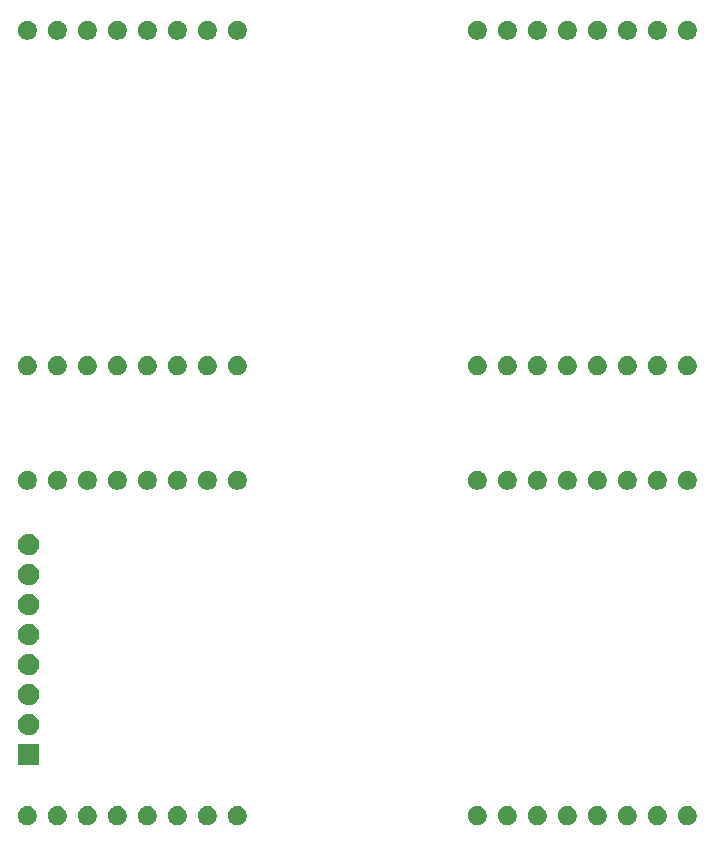
<source format=gbs>
G04 #@! TF.GenerationSoftware,KiCad,Pcbnew,(5.1.5-0-10_14)*
G04 #@! TF.CreationDate,2020-06-14T22:58:27-07:00*
G04 #@! TF.ProjectId,matrix,6d617472-6978-42e6-9b69-6361645f7063,rev?*
G04 #@! TF.SameCoordinates,Original*
G04 #@! TF.FileFunction,Soldermask,Bot*
G04 #@! TF.FilePolarity,Negative*
%FSLAX46Y46*%
G04 Gerber Fmt 4.6, Leading zero omitted, Abs format (unit mm)*
G04 Created by KiCad (PCBNEW (5.1.5-0-10_14)) date 2020-06-14 22:58:27*
%MOMM*%
%LPD*%
G04 APERTURE LIST*
%ADD10C,0.100000*%
G04 APERTURE END LIST*
D10*
G36*
X180450086Y-107909435D02*
G01*
X180598003Y-107970704D01*
X180687163Y-108030279D01*
X180726645Y-108056660D01*
X180731134Y-108059660D01*
X180844340Y-108172866D01*
X180933296Y-108305997D01*
X180994565Y-108453914D01*
X181025800Y-108610946D01*
X181025800Y-108771054D01*
X180994565Y-108928086D01*
X180933296Y-109076003D01*
X180873721Y-109165163D01*
X180846348Y-109206130D01*
X180844340Y-109209134D01*
X180731134Y-109322340D01*
X180598003Y-109411296D01*
X180450086Y-109472565D01*
X180293054Y-109503800D01*
X180132946Y-109503800D01*
X179975914Y-109472565D01*
X179827997Y-109411296D01*
X179694866Y-109322340D01*
X179581660Y-109209134D01*
X179579653Y-109206130D01*
X179552279Y-109165163D01*
X179492704Y-109076003D01*
X179431435Y-108928086D01*
X179400200Y-108771054D01*
X179400200Y-108610946D01*
X179431435Y-108453914D01*
X179492704Y-108305997D01*
X179581660Y-108172866D01*
X179694866Y-108059660D01*
X179699356Y-108056660D01*
X179738837Y-108030279D01*
X179827997Y-107970704D01*
X179975914Y-107909435D01*
X180132946Y-107878200D01*
X180293054Y-107878200D01*
X180450086Y-107909435D01*
G37*
G36*
X177910086Y-107909435D02*
G01*
X178058003Y-107970704D01*
X178147163Y-108030279D01*
X178186645Y-108056660D01*
X178191134Y-108059660D01*
X178304340Y-108172866D01*
X178393296Y-108305997D01*
X178454565Y-108453914D01*
X178485800Y-108610946D01*
X178485800Y-108771054D01*
X178454565Y-108928086D01*
X178393296Y-109076003D01*
X178333721Y-109165163D01*
X178306348Y-109206130D01*
X178304340Y-109209134D01*
X178191134Y-109322340D01*
X178058003Y-109411296D01*
X177910086Y-109472565D01*
X177753054Y-109503800D01*
X177592946Y-109503800D01*
X177435914Y-109472565D01*
X177287997Y-109411296D01*
X177154866Y-109322340D01*
X177041660Y-109209134D01*
X177039653Y-109206130D01*
X177012279Y-109165163D01*
X176952704Y-109076003D01*
X176891435Y-108928086D01*
X176860200Y-108771054D01*
X176860200Y-108610946D01*
X176891435Y-108453914D01*
X176952704Y-108305997D01*
X177041660Y-108172866D01*
X177154866Y-108059660D01*
X177159356Y-108056660D01*
X177198837Y-108030279D01*
X177287997Y-107970704D01*
X177435914Y-107909435D01*
X177592946Y-107878200D01*
X177753054Y-107878200D01*
X177910086Y-107909435D01*
G37*
G36*
X175370086Y-107909435D02*
G01*
X175518003Y-107970704D01*
X175607163Y-108030279D01*
X175646645Y-108056660D01*
X175651134Y-108059660D01*
X175764340Y-108172866D01*
X175853296Y-108305997D01*
X175914565Y-108453914D01*
X175945800Y-108610946D01*
X175945800Y-108771054D01*
X175914565Y-108928086D01*
X175853296Y-109076003D01*
X175793721Y-109165163D01*
X175766348Y-109206130D01*
X175764340Y-109209134D01*
X175651134Y-109322340D01*
X175518003Y-109411296D01*
X175370086Y-109472565D01*
X175213054Y-109503800D01*
X175052946Y-109503800D01*
X174895914Y-109472565D01*
X174747997Y-109411296D01*
X174614866Y-109322340D01*
X174501660Y-109209134D01*
X174499653Y-109206130D01*
X174472279Y-109165163D01*
X174412704Y-109076003D01*
X174351435Y-108928086D01*
X174320200Y-108771054D01*
X174320200Y-108610946D01*
X174351435Y-108453914D01*
X174412704Y-108305997D01*
X174501660Y-108172866D01*
X174614866Y-108059660D01*
X174619356Y-108056660D01*
X174658837Y-108030279D01*
X174747997Y-107970704D01*
X174895914Y-107909435D01*
X175052946Y-107878200D01*
X175213054Y-107878200D01*
X175370086Y-107909435D01*
G37*
G36*
X172830086Y-107909435D02*
G01*
X172978003Y-107970704D01*
X173067163Y-108030279D01*
X173106645Y-108056660D01*
X173111134Y-108059660D01*
X173224340Y-108172866D01*
X173313296Y-108305997D01*
X173374565Y-108453914D01*
X173405800Y-108610946D01*
X173405800Y-108771054D01*
X173374565Y-108928086D01*
X173313296Y-109076003D01*
X173253721Y-109165163D01*
X173226348Y-109206130D01*
X173224340Y-109209134D01*
X173111134Y-109322340D01*
X172978003Y-109411296D01*
X172830086Y-109472565D01*
X172673054Y-109503800D01*
X172512946Y-109503800D01*
X172355914Y-109472565D01*
X172207997Y-109411296D01*
X172074866Y-109322340D01*
X171961660Y-109209134D01*
X171959653Y-109206130D01*
X171932279Y-109165163D01*
X171872704Y-109076003D01*
X171811435Y-108928086D01*
X171780200Y-108771054D01*
X171780200Y-108610946D01*
X171811435Y-108453914D01*
X171872704Y-108305997D01*
X171961660Y-108172866D01*
X172074866Y-108059660D01*
X172079356Y-108056660D01*
X172118837Y-108030279D01*
X172207997Y-107970704D01*
X172355914Y-107909435D01*
X172512946Y-107878200D01*
X172673054Y-107878200D01*
X172830086Y-107909435D01*
G37*
G36*
X170290086Y-107909435D02*
G01*
X170438003Y-107970704D01*
X170527163Y-108030279D01*
X170566645Y-108056660D01*
X170571134Y-108059660D01*
X170684340Y-108172866D01*
X170773296Y-108305997D01*
X170834565Y-108453914D01*
X170865800Y-108610946D01*
X170865800Y-108771054D01*
X170834565Y-108928086D01*
X170773296Y-109076003D01*
X170713721Y-109165163D01*
X170686348Y-109206130D01*
X170684340Y-109209134D01*
X170571134Y-109322340D01*
X170438003Y-109411296D01*
X170290086Y-109472565D01*
X170133054Y-109503800D01*
X169972946Y-109503800D01*
X169815914Y-109472565D01*
X169667997Y-109411296D01*
X169534866Y-109322340D01*
X169421660Y-109209134D01*
X169419653Y-109206130D01*
X169392279Y-109165163D01*
X169332704Y-109076003D01*
X169271435Y-108928086D01*
X169240200Y-108771054D01*
X169240200Y-108610946D01*
X169271435Y-108453914D01*
X169332704Y-108305997D01*
X169421660Y-108172866D01*
X169534866Y-108059660D01*
X169539356Y-108056660D01*
X169578837Y-108030279D01*
X169667997Y-107970704D01*
X169815914Y-107909435D01*
X169972946Y-107878200D01*
X170133054Y-107878200D01*
X170290086Y-107909435D01*
G37*
G36*
X167750086Y-107909435D02*
G01*
X167898003Y-107970704D01*
X167987163Y-108030279D01*
X168026645Y-108056660D01*
X168031134Y-108059660D01*
X168144340Y-108172866D01*
X168233296Y-108305997D01*
X168294565Y-108453914D01*
X168325800Y-108610946D01*
X168325800Y-108771054D01*
X168294565Y-108928086D01*
X168233296Y-109076003D01*
X168173721Y-109165163D01*
X168146348Y-109206130D01*
X168144340Y-109209134D01*
X168031134Y-109322340D01*
X167898003Y-109411296D01*
X167750086Y-109472565D01*
X167593054Y-109503800D01*
X167432946Y-109503800D01*
X167275914Y-109472565D01*
X167127997Y-109411296D01*
X166994866Y-109322340D01*
X166881660Y-109209134D01*
X166879653Y-109206130D01*
X166852279Y-109165163D01*
X166792704Y-109076003D01*
X166731435Y-108928086D01*
X166700200Y-108771054D01*
X166700200Y-108610946D01*
X166731435Y-108453914D01*
X166792704Y-108305997D01*
X166881660Y-108172866D01*
X166994866Y-108059660D01*
X166999356Y-108056660D01*
X167038837Y-108030279D01*
X167127997Y-107970704D01*
X167275914Y-107909435D01*
X167432946Y-107878200D01*
X167593054Y-107878200D01*
X167750086Y-107909435D01*
G37*
G36*
X165210086Y-107909435D02*
G01*
X165358003Y-107970704D01*
X165447163Y-108030279D01*
X165486645Y-108056660D01*
X165491134Y-108059660D01*
X165604340Y-108172866D01*
X165693296Y-108305997D01*
X165754565Y-108453914D01*
X165785800Y-108610946D01*
X165785800Y-108771054D01*
X165754565Y-108928086D01*
X165693296Y-109076003D01*
X165633721Y-109165163D01*
X165606348Y-109206130D01*
X165604340Y-109209134D01*
X165491134Y-109322340D01*
X165358003Y-109411296D01*
X165210086Y-109472565D01*
X165053054Y-109503800D01*
X164892946Y-109503800D01*
X164735914Y-109472565D01*
X164587997Y-109411296D01*
X164454866Y-109322340D01*
X164341660Y-109209134D01*
X164339653Y-109206130D01*
X164312279Y-109165163D01*
X164252704Y-109076003D01*
X164191435Y-108928086D01*
X164160200Y-108771054D01*
X164160200Y-108610946D01*
X164191435Y-108453914D01*
X164252704Y-108305997D01*
X164341660Y-108172866D01*
X164454866Y-108059660D01*
X164459356Y-108056660D01*
X164498837Y-108030279D01*
X164587997Y-107970704D01*
X164735914Y-107909435D01*
X164892946Y-107878200D01*
X165053054Y-107878200D01*
X165210086Y-107909435D01*
G37*
G36*
X162670086Y-107909435D02*
G01*
X162818003Y-107970704D01*
X162907163Y-108030279D01*
X162946645Y-108056660D01*
X162951134Y-108059660D01*
X163064340Y-108172866D01*
X163153296Y-108305997D01*
X163214565Y-108453914D01*
X163245800Y-108610946D01*
X163245800Y-108771054D01*
X163214565Y-108928086D01*
X163153296Y-109076003D01*
X163093721Y-109165163D01*
X163066348Y-109206130D01*
X163064340Y-109209134D01*
X162951134Y-109322340D01*
X162818003Y-109411296D01*
X162670086Y-109472565D01*
X162513054Y-109503800D01*
X162352946Y-109503800D01*
X162195914Y-109472565D01*
X162047997Y-109411296D01*
X161914866Y-109322340D01*
X161801660Y-109209134D01*
X161799653Y-109206130D01*
X161772279Y-109165163D01*
X161712704Y-109076003D01*
X161651435Y-108928086D01*
X161620200Y-108771054D01*
X161620200Y-108610946D01*
X161651435Y-108453914D01*
X161712704Y-108305997D01*
X161801660Y-108172866D01*
X161914866Y-108059660D01*
X161919356Y-108056660D01*
X161958837Y-108030279D01*
X162047997Y-107970704D01*
X162195914Y-107909435D01*
X162352946Y-107878200D01*
X162513054Y-107878200D01*
X162670086Y-107909435D01*
G37*
G36*
X200770086Y-107906435D02*
G01*
X200918003Y-107967704D01*
X201051134Y-108056660D01*
X201164340Y-108169866D01*
X201164342Y-108169869D01*
X201164343Y-108169870D01*
X201193721Y-108213837D01*
X201253296Y-108302997D01*
X201314565Y-108450914D01*
X201345800Y-108607946D01*
X201345800Y-108768054D01*
X201314565Y-108925086D01*
X201253296Y-109073003D01*
X201164340Y-109206134D01*
X201051134Y-109319340D01*
X201051131Y-109319342D01*
X201051130Y-109319343D01*
X201046640Y-109322343D01*
X200918003Y-109408296D01*
X200770086Y-109469565D01*
X200613054Y-109500800D01*
X200452946Y-109500800D01*
X200295914Y-109469565D01*
X200147997Y-109408296D01*
X200019360Y-109322343D01*
X200014870Y-109319343D01*
X200014869Y-109319342D01*
X200014866Y-109319340D01*
X199901660Y-109206134D01*
X199812704Y-109073003D01*
X199751435Y-108925086D01*
X199720200Y-108768054D01*
X199720200Y-108607946D01*
X199751435Y-108450914D01*
X199812704Y-108302997D01*
X199872279Y-108213837D01*
X199901657Y-108169870D01*
X199901658Y-108169869D01*
X199901660Y-108169866D01*
X200014866Y-108056660D01*
X200147997Y-107967704D01*
X200295914Y-107906435D01*
X200452946Y-107875200D01*
X200613054Y-107875200D01*
X200770086Y-107906435D01*
G37*
G36*
X203310086Y-107906435D02*
G01*
X203458003Y-107967704D01*
X203591134Y-108056660D01*
X203704340Y-108169866D01*
X203704342Y-108169869D01*
X203704343Y-108169870D01*
X203733721Y-108213837D01*
X203793296Y-108302997D01*
X203854565Y-108450914D01*
X203885800Y-108607946D01*
X203885800Y-108768054D01*
X203854565Y-108925086D01*
X203793296Y-109073003D01*
X203704340Y-109206134D01*
X203591134Y-109319340D01*
X203591131Y-109319342D01*
X203591130Y-109319343D01*
X203586640Y-109322343D01*
X203458003Y-109408296D01*
X203310086Y-109469565D01*
X203153054Y-109500800D01*
X202992946Y-109500800D01*
X202835914Y-109469565D01*
X202687997Y-109408296D01*
X202559360Y-109322343D01*
X202554870Y-109319343D01*
X202554869Y-109319342D01*
X202554866Y-109319340D01*
X202441660Y-109206134D01*
X202352704Y-109073003D01*
X202291435Y-108925086D01*
X202260200Y-108768054D01*
X202260200Y-108607946D01*
X202291435Y-108450914D01*
X202352704Y-108302997D01*
X202412279Y-108213837D01*
X202441657Y-108169870D01*
X202441658Y-108169869D01*
X202441660Y-108169866D01*
X202554866Y-108056660D01*
X202687997Y-107967704D01*
X202835914Y-107906435D01*
X202992946Y-107875200D01*
X203153054Y-107875200D01*
X203310086Y-107906435D01*
G37*
G36*
X205850086Y-107906435D02*
G01*
X205998003Y-107967704D01*
X206131134Y-108056660D01*
X206244340Y-108169866D01*
X206244342Y-108169869D01*
X206244343Y-108169870D01*
X206273721Y-108213837D01*
X206333296Y-108302997D01*
X206394565Y-108450914D01*
X206425800Y-108607946D01*
X206425800Y-108768054D01*
X206394565Y-108925086D01*
X206333296Y-109073003D01*
X206244340Y-109206134D01*
X206131134Y-109319340D01*
X206131131Y-109319342D01*
X206131130Y-109319343D01*
X206126640Y-109322343D01*
X205998003Y-109408296D01*
X205850086Y-109469565D01*
X205693054Y-109500800D01*
X205532946Y-109500800D01*
X205375914Y-109469565D01*
X205227997Y-109408296D01*
X205099360Y-109322343D01*
X205094870Y-109319343D01*
X205094869Y-109319342D01*
X205094866Y-109319340D01*
X204981660Y-109206134D01*
X204892704Y-109073003D01*
X204831435Y-108925086D01*
X204800200Y-108768054D01*
X204800200Y-108607946D01*
X204831435Y-108450914D01*
X204892704Y-108302997D01*
X204952279Y-108213837D01*
X204981657Y-108169870D01*
X204981658Y-108169869D01*
X204981660Y-108169866D01*
X205094866Y-108056660D01*
X205227997Y-107967704D01*
X205375914Y-107906435D01*
X205532946Y-107875200D01*
X205693054Y-107875200D01*
X205850086Y-107906435D01*
G37*
G36*
X208390086Y-107906435D02*
G01*
X208538003Y-107967704D01*
X208671134Y-108056660D01*
X208784340Y-108169866D01*
X208784342Y-108169869D01*
X208784343Y-108169870D01*
X208813721Y-108213837D01*
X208873296Y-108302997D01*
X208934565Y-108450914D01*
X208965800Y-108607946D01*
X208965800Y-108768054D01*
X208934565Y-108925086D01*
X208873296Y-109073003D01*
X208784340Y-109206134D01*
X208671134Y-109319340D01*
X208671131Y-109319342D01*
X208671130Y-109319343D01*
X208666640Y-109322343D01*
X208538003Y-109408296D01*
X208390086Y-109469565D01*
X208233054Y-109500800D01*
X208072946Y-109500800D01*
X207915914Y-109469565D01*
X207767997Y-109408296D01*
X207639360Y-109322343D01*
X207634870Y-109319343D01*
X207634869Y-109319342D01*
X207634866Y-109319340D01*
X207521660Y-109206134D01*
X207432704Y-109073003D01*
X207371435Y-108925086D01*
X207340200Y-108768054D01*
X207340200Y-108607946D01*
X207371435Y-108450914D01*
X207432704Y-108302997D01*
X207492279Y-108213837D01*
X207521657Y-108169870D01*
X207521658Y-108169869D01*
X207521660Y-108169866D01*
X207634866Y-108056660D01*
X207767997Y-107967704D01*
X207915914Y-107906435D01*
X208072946Y-107875200D01*
X208233054Y-107875200D01*
X208390086Y-107906435D01*
G37*
G36*
X210930086Y-107906435D02*
G01*
X211078003Y-107967704D01*
X211211134Y-108056660D01*
X211324340Y-108169866D01*
X211324342Y-108169869D01*
X211324343Y-108169870D01*
X211353721Y-108213837D01*
X211413296Y-108302997D01*
X211474565Y-108450914D01*
X211505800Y-108607946D01*
X211505800Y-108768054D01*
X211474565Y-108925086D01*
X211413296Y-109073003D01*
X211324340Y-109206134D01*
X211211134Y-109319340D01*
X211211131Y-109319342D01*
X211211130Y-109319343D01*
X211206640Y-109322343D01*
X211078003Y-109408296D01*
X210930086Y-109469565D01*
X210773054Y-109500800D01*
X210612946Y-109500800D01*
X210455914Y-109469565D01*
X210307997Y-109408296D01*
X210179360Y-109322343D01*
X210174870Y-109319343D01*
X210174869Y-109319342D01*
X210174866Y-109319340D01*
X210061660Y-109206134D01*
X209972704Y-109073003D01*
X209911435Y-108925086D01*
X209880200Y-108768054D01*
X209880200Y-108607946D01*
X209911435Y-108450914D01*
X209972704Y-108302997D01*
X210032279Y-108213837D01*
X210061657Y-108169870D01*
X210061658Y-108169869D01*
X210061660Y-108169866D01*
X210174866Y-108056660D01*
X210307997Y-107967704D01*
X210455914Y-107906435D01*
X210612946Y-107875200D01*
X210773054Y-107875200D01*
X210930086Y-107906435D01*
G37*
G36*
X213470086Y-107906435D02*
G01*
X213618003Y-107967704D01*
X213751134Y-108056660D01*
X213864340Y-108169866D01*
X213864342Y-108169869D01*
X213864343Y-108169870D01*
X213893721Y-108213837D01*
X213953296Y-108302997D01*
X214014565Y-108450914D01*
X214045800Y-108607946D01*
X214045800Y-108768054D01*
X214014565Y-108925086D01*
X213953296Y-109073003D01*
X213864340Y-109206134D01*
X213751134Y-109319340D01*
X213751131Y-109319342D01*
X213751130Y-109319343D01*
X213746640Y-109322343D01*
X213618003Y-109408296D01*
X213470086Y-109469565D01*
X213313054Y-109500800D01*
X213152946Y-109500800D01*
X212995914Y-109469565D01*
X212847997Y-109408296D01*
X212719360Y-109322343D01*
X212714870Y-109319343D01*
X212714869Y-109319342D01*
X212714866Y-109319340D01*
X212601660Y-109206134D01*
X212512704Y-109073003D01*
X212451435Y-108925086D01*
X212420200Y-108768054D01*
X212420200Y-108607946D01*
X212451435Y-108450914D01*
X212512704Y-108302997D01*
X212572279Y-108213837D01*
X212601657Y-108169870D01*
X212601658Y-108169869D01*
X212601660Y-108169866D01*
X212714866Y-108056660D01*
X212847997Y-107967704D01*
X212995914Y-107906435D01*
X213152946Y-107875200D01*
X213313054Y-107875200D01*
X213470086Y-107906435D01*
G37*
G36*
X216010086Y-107906435D02*
G01*
X216158003Y-107967704D01*
X216291134Y-108056660D01*
X216404340Y-108169866D01*
X216404342Y-108169869D01*
X216404343Y-108169870D01*
X216433721Y-108213837D01*
X216493296Y-108302997D01*
X216554565Y-108450914D01*
X216585800Y-108607946D01*
X216585800Y-108768054D01*
X216554565Y-108925086D01*
X216493296Y-109073003D01*
X216404340Y-109206134D01*
X216291134Y-109319340D01*
X216291131Y-109319342D01*
X216291130Y-109319343D01*
X216286640Y-109322343D01*
X216158003Y-109408296D01*
X216010086Y-109469565D01*
X215853054Y-109500800D01*
X215692946Y-109500800D01*
X215535914Y-109469565D01*
X215387997Y-109408296D01*
X215259360Y-109322343D01*
X215254870Y-109319343D01*
X215254869Y-109319342D01*
X215254866Y-109319340D01*
X215141660Y-109206134D01*
X215052704Y-109073003D01*
X214991435Y-108925086D01*
X214960200Y-108768054D01*
X214960200Y-108607946D01*
X214991435Y-108450914D01*
X215052704Y-108302997D01*
X215112279Y-108213837D01*
X215141657Y-108169870D01*
X215141658Y-108169869D01*
X215141660Y-108169866D01*
X215254866Y-108056660D01*
X215387997Y-107967704D01*
X215535914Y-107906435D01*
X215692946Y-107875200D01*
X215853054Y-107875200D01*
X216010086Y-107906435D01*
G37*
G36*
X218550086Y-107906435D02*
G01*
X218698003Y-107967704D01*
X218831134Y-108056660D01*
X218944340Y-108169866D01*
X218944342Y-108169869D01*
X218944343Y-108169870D01*
X218973721Y-108213837D01*
X219033296Y-108302997D01*
X219094565Y-108450914D01*
X219125800Y-108607946D01*
X219125800Y-108768054D01*
X219094565Y-108925086D01*
X219033296Y-109073003D01*
X218944340Y-109206134D01*
X218831134Y-109319340D01*
X218831131Y-109319342D01*
X218831130Y-109319343D01*
X218826640Y-109322343D01*
X218698003Y-109408296D01*
X218550086Y-109469565D01*
X218393054Y-109500800D01*
X218232946Y-109500800D01*
X218075914Y-109469565D01*
X217927997Y-109408296D01*
X217799360Y-109322343D01*
X217794870Y-109319343D01*
X217794869Y-109319342D01*
X217794866Y-109319340D01*
X217681660Y-109206134D01*
X217592704Y-109073003D01*
X217531435Y-108925086D01*
X217500200Y-108768054D01*
X217500200Y-108607946D01*
X217531435Y-108450914D01*
X217592704Y-108302997D01*
X217652279Y-108213837D01*
X217681657Y-108169870D01*
X217681658Y-108169869D01*
X217681660Y-108169866D01*
X217794866Y-108056660D01*
X217927997Y-107967704D01*
X218075914Y-107906435D01*
X218232946Y-107875200D01*
X218393054Y-107875200D01*
X218550086Y-107906435D01*
G37*
G36*
X163460800Y-104405800D02*
G01*
X161659200Y-104405800D01*
X161659200Y-102604200D01*
X163460800Y-102604200D01*
X163460800Y-104405800D01*
G37*
G36*
X162822754Y-100098817D02*
G01*
X162986689Y-100166721D01*
X163134227Y-100265303D01*
X163259697Y-100390773D01*
X163358279Y-100538311D01*
X163426183Y-100702246D01*
X163460800Y-100876279D01*
X163460800Y-101053721D01*
X163426183Y-101227754D01*
X163358279Y-101391689D01*
X163259697Y-101539227D01*
X163134227Y-101664697D01*
X162986689Y-101763279D01*
X162822754Y-101831183D01*
X162648721Y-101865800D01*
X162471279Y-101865800D01*
X162297246Y-101831183D01*
X162133311Y-101763279D01*
X161985773Y-101664697D01*
X161860303Y-101539227D01*
X161761721Y-101391689D01*
X161693817Y-101227754D01*
X161659200Y-101053721D01*
X161659200Y-100876279D01*
X161693817Y-100702246D01*
X161761721Y-100538311D01*
X161860303Y-100390773D01*
X161985773Y-100265303D01*
X162133311Y-100166721D01*
X162297246Y-100098817D01*
X162471279Y-100064200D01*
X162648721Y-100064200D01*
X162822754Y-100098817D01*
G37*
G36*
X162822754Y-97558817D02*
G01*
X162986689Y-97626721D01*
X163134227Y-97725303D01*
X163259697Y-97850773D01*
X163358279Y-97998311D01*
X163426183Y-98162246D01*
X163460800Y-98336279D01*
X163460800Y-98513721D01*
X163426183Y-98687754D01*
X163358279Y-98851689D01*
X163259697Y-98999227D01*
X163134227Y-99124697D01*
X162986689Y-99223279D01*
X162822754Y-99291183D01*
X162648721Y-99325800D01*
X162471279Y-99325800D01*
X162297246Y-99291183D01*
X162133311Y-99223279D01*
X161985773Y-99124697D01*
X161860303Y-98999227D01*
X161761721Y-98851689D01*
X161693817Y-98687754D01*
X161659200Y-98513721D01*
X161659200Y-98336279D01*
X161693817Y-98162246D01*
X161761721Y-97998311D01*
X161860303Y-97850773D01*
X161985773Y-97725303D01*
X162133311Y-97626721D01*
X162297246Y-97558817D01*
X162471279Y-97524200D01*
X162648721Y-97524200D01*
X162822754Y-97558817D01*
G37*
G36*
X162822754Y-95018817D02*
G01*
X162986689Y-95086721D01*
X163134227Y-95185303D01*
X163259697Y-95310773D01*
X163358279Y-95458311D01*
X163426183Y-95622246D01*
X163460800Y-95796279D01*
X163460800Y-95973721D01*
X163426183Y-96147754D01*
X163358279Y-96311689D01*
X163259697Y-96459227D01*
X163134227Y-96584697D01*
X162986689Y-96683279D01*
X162822754Y-96751183D01*
X162648721Y-96785800D01*
X162471279Y-96785800D01*
X162297246Y-96751183D01*
X162133311Y-96683279D01*
X161985773Y-96584697D01*
X161860303Y-96459227D01*
X161761721Y-96311689D01*
X161693817Y-96147754D01*
X161659200Y-95973721D01*
X161659200Y-95796279D01*
X161693817Y-95622246D01*
X161761721Y-95458311D01*
X161860303Y-95310773D01*
X161985773Y-95185303D01*
X162133311Y-95086721D01*
X162297246Y-95018817D01*
X162471279Y-94984200D01*
X162648721Y-94984200D01*
X162822754Y-95018817D01*
G37*
G36*
X162822754Y-92478817D02*
G01*
X162986689Y-92546721D01*
X163134227Y-92645303D01*
X163259697Y-92770773D01*
X163358279Y-92918311D01*
X163426183Y-93082246D01*
X163460800Y-93256279D01*
X163460800Y-93433721D01*
X163426183Y-93607754D01*
X163358279Y-93771689D01*
X163259697Y-93919227D01*
X163134227Y-94044697D01*
X162986689Y-94143279D01*
X162822754Y-94211183D01*
X162648721Y-94245800D01*
X162471279Y-94245800D01*
X162297246Y-94211183D01*
X162133311Y-94143279D01*
X161985773Y-94044697D01*
X161860303Y-93919227D01*
X161761721Y-93771689D01*
X161693817Y-93607754D01*
X161659200Y-93433721D01*
X161659200Y-93256279D01*
X161693817Y-93082246D01*
X161761721Y-92918311D01*
X161860303Y-92770773D01*
X161985773Y-92645303D01*
X162133311Y-92546721D01*
X162297246Y-92478817D01*
X162471279Y-92444200D01*
X162648721Y-92444200D01*
X162822754Y-92478817D01*
G37*
G36*
X162822754Y-89938817D02*
G01*
X162986689Y-90006721D01*
X163134227Y-90105303D01*
X163259697Y-90230773D01*
X163358279Y-90378311D01*
X163426183Y-90542246D01*
X163460800Y-90716279D01*
X163460800Y-90893721D01*
X163426183Y-91067754D01*
X163358279Y-91231689D01*
X163259697Y-91379227D01*
X163134227Y-91504697D01*
X162986689Y-91603279D01*
X162822754Y-91671183D01*
X162648721Y-91705800D01*
X162471279Y-91705800D01*
X162297246Y-91671183D01*
X162133311Y-91603279D01*
X161985773Y-91504697D01*
X161860303Y-91379227D01*
X161761721Y-91231689D01*
X161693817Y-91067754D01*
X161659200Y-90893721D01*
X161659200Y-90716279D01*
X161693817Y-90542246D01*
X161761721Y-90378311D01*
X161860303Y-90230773D01*
X161985773Y-90105303D01*
X162133311Y-90006721D01*
X162297246Y-89938817D01*
X162471279Y-89904200D01*
X162648721Y-89904200D01*
X162822754Y-89938817D01*
G37*
G36*
X162822754Y-87398817D02*
G01*
X162986689Y-87466721D01*
X163134227Y-87565303D01*
X163259697Y-87690773D01*
X163358279Y-87838311D01*
X163426183Y-88002246D01*
X163460800Y-88176279D01*
X163460800Y-88353721D01*
X163426183Y-88527754D01*
X163358279Y-88691689D01*
X163259697Y-88839227D01*
X163134227Y-88964697D01*
X162986689Y-89063279D01*
X162822754Y-89131183D01*
X162648721Y-89165800D01*
X162471279Y-89165800D01*
X162297246Y-89131183D01*
X162133311Y-89063279D01*
X161985773Y-88964697D01*
X161860303Y-88839227D01*
X161761721Y-88691689D01*
X161693817Y-88527754D01*
X161659200Y-88353721D01*
X161659200Y-88176279D01*
X161693817Y-88002246D01*
X161761721Y-87838311D01*
X161860303Y-87690773D01*
X161985773Y-87565303D01*
X162133311Y-87466721D01*
X162297246Y-87398817D01*
X162471279Y-87364200D01*
X162648721Y-87364200D01*
X162822754Y-87398817D01*
G37*
G36*
X162822754Y-84858817D02*
G01*
X162986689Y-84926721D01*
X163134227Y-85025303D01*
X163259697Y-85150773D01*
X163358279Y-85298311D01*
X163426183Y-85462246D01*
X163460800Y-85636279D01*
X163460800Y-85813721D01*
X163426183Y-85987754D01*
X163358279Y-86151689D01*
X163259697Y-86299227D01*
X163134227Y-86424697D01*
X162986689Y-86523279D01*
X162822754Y-86591183D01*
X162648721Y-86625800D01*
X162471279Y-86625800D01*
X162297246Y-86591183D01*
X162133311Y-86523279D01*
X161985773Y-86424697D01*
X161860303Y-86299227D01*
X161761721Y-86151689D01*
X161693817Y-85987754D01*
X161659200Y-85813721D01*
X161659200Y-85636279D01*
X161693817Y-85462246D01*
X161761721Y-85298311D01*
X161860303Y-85150773D01*
X161985773Y-85025303D01*
X162133311Y-84926721D01*
X162297246Y-84858817D01*
X162471279Y-84824200D01*
X162648721Y-84824200D01*
X162822754Y-84858817D01*
G37*
G36*
X180450086Y-79509435D02*
G01*
X180598003Y-79570704D01*
X180687163Y-79630279D01*
X180726645Y-79656660D01*
X180731134Y-79659660D01*
X180844340Y-79772866D01*
X180933296Y-79905997D01*
X180994565Y-80053914D01*
X181025800Y-80210946D01*
X181025800Y-80371054D01*
X180994565Y-80528086D01*
X180933296Y-80676003D01*
X180873721Y-80765163D01*
X180846348Y-80806130D01*
X180844340Y-80809134D01*
X180731134Y-80922340D01*
X180598003Y-81011296D01*
X180450086Y-81072565D01*
X180293054Y-81103800D01*
X180132946Y-81103800D01*
X179975914Y-81072565D01*
X179827997Y-81011296D01*
X179694866Y-80922340D01*
X179581660Y-80809134D01*
X179579653Y-80806130D01*
X179552279Y-80765163D01*
X179492704Y-80676003D01*
X179431435Y-80528086D01*
X179400200Y-80371054D01*
X179400200Y-80210946D01*
X179431435Y-80053914D01*
X179492704Y-79905997D01*
X179581660Y-79772866D01*
X179694866Y-79659660D01*
X179699356Y-79656660D01*
X179738837Y-79630279D01*
X179827997Y-79570704D01*
X179975914Y-79509435D01*
X180132946Y-79478200D01*
X180293054Y-79478200D01*
X180450086Y-79509435D01*
G37*
G36*
X177910086Y-79509435D02*
G01*
X178058003Y-79570704D01*
X178147163Y-79630279D01*
X178186645Y-79656660D01*
X178191134Y-79659660D01*
X178304340Y-79772866D01*
X178393296Y-79905997D01*
X178454565Y-80053914D01*
X178485800Y-80210946D01*
X178485800Y-80371054D01*
X178454565Y-80528086D01*
X178393296Y-80676003D01*
X178333721Y-80765163D01*
X178306348Y-80806130D01*
X178304340Y-80809134D01*
X178191134Y-80922340D01*
X178058003Y-81011296D01*
X177910086Y-81072565D01*
X177753054Y-81103800D01*
X177592946Y-81103800D01*
X177435914Y-81072565D01*
X177287997Y-81011296D01*
X177154866Y-80922340D01*
X177041660Y-80809134D01*
X177039653Y-80806130D01*
X177012279Y-80765163D01*
X176952704Y-80676003D01*
X176891435Y-80528086D01*
X176860200Y-80371054D01*
X176860200Y-80210946D01*
X176891435Y-80053914D01*
X176952704Y-79905997D01*
X177041660Y-79772866D01*
X177154866Y-79659660D01*
X177159356Y-79656660D01*
X177198837Y-79630279D01*
X177287997Y-79570704D01*
X177435914Y-79509435D01*
X177592946Y-79478200D01*
X177753054Y-79478200D01*
X177910086Y-79509435D01*
G37*
G36*
X175370086Y-79509435D02*
G01*
X175518003Y-79570704D01*
X175607163Y-79630279D01*
X175646645Y-79656660D01*
X175651134Y-79659660D01*
X175764340Y-79772866D01*
X175853296Y-79905997D01*
X175914565Y-80053914D01*
X175945800Y-80210946D01*
X175945800Y-80371054D01*
X175914565Y-80528086D01*
X175853296Y-80676003D01*
X175793721Y-80765163D01*
X175766348Y-80806130D01*
X175764340Y-80809134D01*
X175651134Y-80922340D01*
X175518003Y-81011296D01*
X175370086Y-81072565D01*
X175213054Y-81103800D01*
X175052946Y-81103800D01*
X174895914Y-81072565D01*
X174747997Y-81011296D01*
X174614866Y-80922340D01*
X174501660Y-80809134D01*
X174499653Y-80806130D01*
X174472279Y-80765163D01*
X174412704Y-80676003D01*
X174351435Y-80528086D01*
X174320200Y-80371054D01*
X174320200Y-80210946D01*
X174351435Y-80053914D01*
X174412704Y-79905997D01*
X174501660Y-79772866D01*
X174614866Y-79659660D01*
X174619356Y-79656660D01*
X174658837Y-79630279D01*
X174747997Y-79570704D01*
X174895914Y-79509435D01*
X175052946Y-79478200D01*
X175213054Y-79478200D01*
X175370086Y-79509435D01*
G37*
G36*
X172830086Y-79509435D02*
G01*
X172978003Y-79570704D01*
X173067163Y-79630279D01*
X173106645Y-79656660D01*
X173111134Y-79659660D01*
X173224340Y-79772866D01*
X173313296Y-79905997D01*
X173374565Y-80053914D01*
X173405800Y-80210946D01*
X173405800Y-80371054D01*
X173374565Y-80528086D01*
X173313296Y-80676003D01*
X173253721Y-80765163D01*
X173226348Y-80806130D01*
X173224340Y-80809134D01*
X173111134Y-80922340D01*
X172978003Y-81011296D01*
X172830086Y-81072565D01*
X172673054Y-81103800D01*
X172512946Y-81103800D01*
X172355914Y-81072565D01*
X172207997Y-81011296D01*
X172074866Y-80922340D01*
X171961660Y-80809134D01*
X171959653Y-80806130D01*
X171932279Y-80765163D01*
X171872704Y-80676003D01*
X171811435Y-80528086D01*
X171780200Y-80371054D01*
X171780200Y-80210946D01*
X171811435Y-80053914D01*
X171872704Y-79905997D01*
X171961660Y-79772866D01*
X172074866Y-79659660D01*
X172079356Y-79656660D01*
X172118837Y-79630279D01*
X172207997Y-79570704D01*
X172355914Y-79509435D01*
X172512946Y-79478200D01*
X172673054Y-79478200D01*
X172830086Y-79509435D01*
G37*
G36*
X170290086Y-79509435D02*
G01*
X170438003Y-79570704D01*
X170527163Y-79630279D01*
X170566645Y-79656660D01*
X170571134Y-79659660D01*
X170684340Y-79772866D01*
X170773296Y-79905997D01*
X170834565Y-80053914D01*
X170865800Y-80210946D01*
X170865800Y-80371054D01*
X170834565Y-80528086D01*
X170773296Y-80676003D01*
X170713721Y-80765163D01*
X170686348Y-80806130D01*
X170684340Y-80809134D01*
X170571134Y-80922340D01*
X170438003Y-81011296D01*
X170290086Y-81072565D01*
X170133054Y-81103800D01*
X169972946Y-81103800D01*
X169815914Y-81072565D01*
X169667997Y-81011296D01*
X169534866Y-80922340D01*
X169421660Y-80809134D01*
X169419653Y-80806130D01*
X169392279Y-80765163D01*
X169332704Y-80676003D01*
X169271435Y-80528086D01*
X169240200Y-80371054D01*
X169240200Y-80210946D01*
X169271435Y-80053914D01*
X169332704Y-79905997D01*
X169421660Y-79772866D01*
X169534866Y-79659660D01*
X169539356Y-79656660D01*
X169578837Y-79630279D01*
X169667997Y-79570704D01*
X169815914Y-79509435D01*
X169972946Y-79478200D01*
X170133054Y-79478200D01*
X170290086Y-79509435D01*
G37*
G36*
X167750086Y-79509435D02*
G01*
X167898003Y-79570704D01*
X167987163Y-79630279D01*
X168026645Y-79656660D01*
X168031134Y-79659660D01*
X168144340Y-79772866D01*
X168233296Y-79905997D01*
X168294565Y-80053914D01*
X168325800Y-80210946D01*
X168325800Y-80371054D01*
X168294565Y-80528086D01*
X168233296Y-80676003D01*
X168173721Y-80765163D01*
X168146348Y-80806130D01*
X168144340Y-80809134D01*
X168031134Y-80922340D01*
X167898003Y-81011296D01*
X167750086Y-81072565D01*
X167593054Y-81103800D01*
X167432946Y-81103800D01*
X167275914Y-81072565D01*
X167127997Y-81011296D01*
X166994866Y-80922340D01*
X166881660Y-80809134D01*
X166879653Y-80806130D01*
X166852279Y-80765163D01*
X166792704Y-80676003D01*
X166731435Y-80528086D01*
X166700200Y-80371054D01*
X166700200Y-80210946D01*
X166731435Y-80053914D01*
X166792704Y-79905997D01*
X166881660Y-79772866D01*
X166994866Y-79659660D01*
X166999356Y-79656660D01*
X167038837Y-79630279D01*
X167127997Y-79570704D01*
X167275914Y-79509435D01*
X167432946Y-79478200D01*
X167593054Y-79478200D01*
X167750086Y-79509435D01*
G37*
G36*
X165210086Y-79509435D02*
G01*
X165358003Y-79570704D01*
X165447163Y-79630279D01*
X165486645Y-79656660D01*
X165491134Y-79659660D01*
X165604340Y-79772866D01*
X165693296Y-79905997D01*
X165754565Y-80053914D01*
X165785800Y-80210946D01*
X165785800Y-80371054D01*
X165754565Y-80528086D01*
X165693296Y-80676003D01*
X165633721Y-80765163D01*
X165606348Y-80806130D01*
X165604340Y-80809134D01*
X165491134Y-80922340D01*
X165358003Y-81011296D01*
X165210086Y-81072565D01*
X165053054Y-81103800D01*
X164892946Y-81103800D01*
X164735914Y-81072565D01*
X164587997Y-81011296D01*
X164454866Y-80922340D01*
X164341660Y-80809134D01*
X164339653Y-80806130D01*
X164312279Y-80765163D01*
X164252704Y-80676003D01*
X164191435Y-80528086D01*
X164160200Y-80371054D01*
X164160200Y-80210946D01*
X164191435Y-80053914D01*
X164252704Y-79905997D01*
X164341660Y-79772866D01*
X164454866Y-79659660D01*
X164459356Y-79656660D01*
X164498837Y-79630279D01*
X164587997Y-79570704D01*
X164735914Y-79509435D01*
X164892946Y-79478200D01*
X165053054Y-79478200D01*
X165210086Y-79509435D01*
G37*
G36*
X162670086Y-79509435D02*
G01*
X162818003Y-79570704D01*
X162907163Y-79630279D01*
X162946645Y-79656660D01*
X162951134Y-79659660D01*
X163064340Y-79772866D01*
X163153296Y-79905997D01*
X163214565Y-80053914D01*
X163245800Y-80210946D01*
X163245800Y-80371054D01*
X163214565Y-80528086D01*
X163153296Y-80676003D01*
X163093721Y-80765163D01*
X163066348Y-80806130D01*
X163064340Y-80809134D01*
X162951134Y-80922340D01*
X162818003Y-81011296D01*
X162670086Y-81072565D01*
X162513054Y-81103800D01*
X162352946Y-81103800D01*
X162195914Y-81072565D01*
X162047997Y-81011296D01*
X161914866Y-80922340D01*
X161801660Y-80809134D01*
X161799653Y-80806130D01*
X161772279Y-80765163D01*
X161712704Y-80676003D01*
X161651435Y-80528086D01*
X161620200Y-80371054D01*
X161620200Y-80210946D01*
X161651435Y-80053914D01*
X161712704Y-79905997D01*
X161801660Y-79772866D01*
X161914866Y-79659660D01*
X161919356Y-79656660D01*
X161958837Y-79630279D01*
X162047997Y-79570704D01*
X162195914Y-79509435D01*
X162352946Y-79478200D01*
X162513054Y-79478200D01*
X162670086Y-79509435D01*
G37*
G36*
X218550086Y-79506435D02*
G01*
X218698003Y-79567704D01*
X218831134Y-79656660D01*
X218944340Y-79769866D01*
X218944342Y-79769869D01*
X218944343Y-79769870D01*
X218973721Y-79813837D01*
X219033296Y-79902997D01*
X219094565Y-80050914D01*
X219125800Y-80207946D01*
X219125800Y-80368054D01*
X219094565Y-80525086D01*
X219033296Y-80673003D01*
X218944340Y-80806134D01*
X218831134Y-80919340D01*
X218831131Y-80919342D01*
X218831130Y-80919343D01*
X218826640Y-80922343D01*
X218698003Y-81008296D01*
X218550086Y-81069565D01*
X218393054Y-81100800D01*
X218232946Y-81100800D01*
X218075914Y-81069565D01*
X217927997Y-81008296D01*
X217799360Y-80922343D01*
X217794870Y-80919343D01*
X217794869Y-80919342D01*
X217794866Y-80919340D01*
X217681660Y-80806134D01*
X217592704Y-80673003D01*
X217531435Y-80525086D01*
X217500200Y-80368054D01*
X217500200Y-80207946D01*
X217531435Y-80050914D01*
X217592704Y-79902997D01*
X217652279Y-79813837D01*
X217681657Y-79769870D01*
X217681658Y-79769869D01*
X217681660Y-79769866D01*
X217794866Y-79656660D01*
X217927997Y-79567704D01*
X218075914Y-79506435D01*
X218232946Y-79475200D01*
X218393054Y-79475200D01*
X218550086Y-79506435D01*
G37*
G36*
X216010086Y-79506435D02*
G01*
X216158003Y-79567704D01*
X216291134Y-79656660D01*
X216404340Y-79769866D01*
X216404342Y-79769869D01*
X216404343Y-79769870D01*
X216433721Y-79813837D01*
X216493296Y-79902997D01*
X216554565Y-80050914D01*
X216585800Y-80207946D01*
X216585800Y-80368054D01*
X216554565Y-80525086D01*
X216493296Y-80673003D01*
X216404340Y-80806134D01*
X216291134Y-80919340D01*
X216291131Y-80919342D01*
X216291130Y-80919343D01*
X216286640Y-80922343D01*
X216158003Y-81008296D01*
X216010086Y-81069565D01*
X215853054Y-81100800D01*
X215692946Y-81100800D01*
X215535914Y-81069565D01*
X215387997Y-81008296D01*
X215259360Y-80922343D01*
X215254870Y-80919343D01*
X215254869Y-80919342D01*
X215254866Y-80919340D01*
X215141660Y-80806134D01*
X215052704Y-80673003D01*
X214991435Y-80525086D01*
X214960200Y-80368054D01*
X214960200Y-80207946D01*
X214991435Y-80050914D01*
X215052704Y-79902997D01*
X215112279Y-79813837D01*
X215141657Y-79769870D01*
X215141658Y-79769869D01*
X215141660Y-79769866D01*
X215254866Y-79656660D01*
X215387997Y-79567704D01*
X215535914Y-79506435D01*
X215692946Y-79475200D01*
X215853054Y-79475200D01*
X216010086Y-79506435D01*
G37*
G36*
X213470086Y-79506435D02*
G01*
X213618003Y-79567704D01*
X213751134Y-79656660D01*
X213864340Y-79769866D01*
X213864342Y-79769869D01*
X213864343Y-79769870D01*
X213893721Y-79813837D01*
X213953296Y-79902997D01*
X214014565Y-80050914D01*
X214045800Y-80207946D01*
X214045800Y-80368054D01*
X214014565Y-80525086D01*
X213953296Y-80673003D01*
X213864340Y-80806134D01*
X213751134Y-80919340D01*
X213751131Y-80919342D01*
X213751130Y-80919343D01*
X213746640Y-80922343D01*
X213618003Y-81008296D01*
X213470086Y-81069565D01*
X213313054Y-81100800D01*
X213152946Y-81100800D01*
X212995914Y-81069565D01*
X212847997Y-81008296D01*
X212719360Y-80922343D01*
X212714870Y-80919343D01*
X212714869Y-80919342D01*
X212714866Y-80919340D01*
X212601660Y-80806134D01*
X212512704Y-80673003D01*
X212451435Y-80525086D01*
X212420200Y-80368054D01*
X212420200Y-80207946D01*
X212451435Y-80050914D01*
X212512704Y-79902997D01*
X212572279Y-79813837D01*
X212601657Y-79769870D01*
X212601658Y-79769869D01*
X212601660Y-79769866D01*
X212714866Y-79656660D01*
X212847997Y-79567704D01*
X212995914Y-79506435D01*
X213152946Y-79475200D01*
X213313054Y-79475200D01*
X213470086Y-79506435D01*
G37*
G36*
X210930086Y-79506435D02*
G01*
X211078003Y-79567704D01*
X211211134Y-79656660D01*
X211324340Y-79769866D01*
X211324342Y-79769869D01*
X211324343Y-79769870D01*
X211353721Y-79813837D01*
X211413296Y-79902997D01*
X211474565Y-80050914D01*
X211505800Y-80207946D01*
X211505800Y-80368054D01*
X211474565Y-80525086D01*
X211413296Y-80673003D01*
X211324340Y-80806134D01*
X211211134Y-80919340D01*
X211211131Y-80919342D01*
X211211130Y-80919343D01*
X211206640Y-80922343D01*
X211078003Y-81008296D01*
X210930086Y-81069565D01*
X210773054Y-81100800D01*
X210612946Y-81100800D01*
X210455914Y-81069565D01*
X210307997Y-81008296D01*
X210179360Y-80922343D01*
X210174870Y-80919343D01*
X210174869Y-80919342D01*
X210174866Y-80919340D01*
X210061660Y-80806134D01*
X209972704Y-80673003D01*
X209911435Y-80525086D01*
X209880200Y-80368054D01*
X209880200Y-80207946D01*
X209911435Y-80050914D01*
X209972704Y-79902997D01*
X210032279Y-79813837D01*
X210061657Y-79769870D01*
X210061658Y-79769869D01*
X210061660Y-79769866D01*
X210174866Y-79656660D01*
X210307997Y-79567704D01*
X210455914Y-79506435D01*
X210612946Y-79475200D01*
X210773054Y-79475200D01*
X210930086Y-79506435D01*
G37*
G36*
X208390086Y-79506435D02*
G01*
X208538003Y-79567704D01*
X208671134Y-79656660D01*
X208784340Y-79769866D01*
X208784342Y-79769869D01*
X208784343Y-79769870D01*
X208813721Y-79813837D01*
X208873296Y-79902997D01*
X208934565Y-80050914D01*
X208965800Y-80207946D01*
X208965800Y-80368054D01*
X208934565Y-80525086D01*
X208873296Y-80673003D01*
X208784340Y-80806134D01*
X208671134Y-80919340D01*
X208671131Y-80919342D01*
X208671130Y-80919343D01*
X208666640Y-80922343D01*
X208538003Y-81008296D01*
X208390086Y-81069565D01*
X208233054Y-81100800D01*
X208072946Y-81100800D01*
X207915914Y-81069565D01*
X207767997Y-81008296D01*
X207639360Y-80922343D01*
X207634870Y-80919343D01*
X207634869Y-80919342D01*
X207634866Y-80919340D01*
X207521660Y-80806134D01*
X207432704Y-80673003D01*
X207371435Y-80525086D01*
X207340200Y-80368054D01*
X207340200Y-80207946D01*
X207371435Y-80050914D01*
X207432704Y-79902997D01*
X207492279Y-79813837D01*
X207521657Y-79769870D01*
X207521658Y-79769869D01*
X207521660Y-79769866D01*
X207634866Y-79656660D01*
X207767997Y-79567704D01*
X207915914Y-79506435D01*
X208072946Y-79475200D01*
X208233054Y-79475200D01*
X208390086Y-79506435D01*
G37*
G36*
X205850086Y-79506435D02*
G01*
X205998003Y-79567704D01*
X206131134Y-79656660D01*
X206244340Y-79769866D01*
X206244342Y-79769869D01*
X206244343Y-79769870D01*
X206273721Y-79813837D01*
X206333296Y-79902997D01*
X206394565Y-80050914D01*
X206425800Y-80207946D01*
X206425800Y-80368054D01*
X206394565Y-80525086D01*
X206333296Y-80673003D01*
X206244340Y-80806134D01*
X206131134Y-80919340D01*
X206131131Y-80919342D01*
X206131130Y-80919343D01*
X206126640Y-80922343D01*
X205998003Y-81008296D01*
X205850086Y-81069565D01*
X205693054Y-81100800D01*
X205532946Y-81100800D01*
X205375914Y-81069565D01*
X205227997Y-81008296D01*
X205099360Y-80922343D01*
X205094870Y-80919343D01*
X205094869Y-80919342D01*
X205094866Y-80919340D01*
X204981660Y-80806134D01*
X204892704Y-80673003D01*
X204831435Y-80525086D01*
X204800200Y-80368054D01*
X204800200Y-80207946D01*
X204831435Y-80050914D01*
X204892704Y-79902997D01*
X204952279Y-79813837D01*
X204981657Y-79769870D01*
X204981658Y-79769869D01*
X204981660Y-79769866D01*
X205094866Y-79656660D01*
X205227997Y-79567704D01*
X205375914Y-79506435D01*
X205532946Y-79475200D01*
X205693054Y-79475200D01*
X205850086Y-79506435D01*
G37*
G36*
X203310086Y-79506435D02*
G01*
X203458003Y-79567704D01*
X203591134Y-79656660D01*
X203704340Y-79769866D01*
X203704342Y-79769869D01*
X203704343Y-79769870D01*
X203733721Y-79813837D01*
X203793296Y-79902997D01*
X203854565Y-80050914D01*
X203885800Y-80207946D01*
X203885800Y-80368054D01*
X203854565Y-80525086D01*
X203793296Y-80673003D01*
X203704340Y-80806134D01*
X203591134Y-80919340D01*
X203591131Y-80919342D01*
X203591130Y-80919343D01*
X203586640Y-80922343D01*
X203458003Y-81008296D01*
X203310086Y-81069565D01*
X203153054Y-81100800D01*
X202992946Y-81100800D01*
X202835914Y-81069565D01*
X202687997Y-81008296D01*
X202559360Y-80922343D01*
X202554870Y-80919343D01*
X202554869Y-80919342D01*
X202554866Y-80919340D01*
X202441660Y-80806134D01*
X202352704Y-80673003D01*
X202291435Y-80525086D01*
X202260200Y-80368054D01*
X202260200Y-80207946D01*
X202291435Y-80050914D01*
X202352704Y-79902997D01*
X202412279Y-79813837D01*
X202441657Y-79769870D01*
X202441658Y-79769869D01*
X202441660Y-79769866D01*
X202554866Y-79656660D01*
X202687997Y-79567704D01*
X202835914Y-79506435D01*
X202992946Y-79475200D01*
X203153054Y-79475200D01*
X203310086Y-79506435D01*
G37*
G36*
X200770086Y-79506435D02*
G01*
X200918003Y-79567704D01*
X201051134Y-79656660D01*
X201164340Y-79769866D01*
X201164342Y-79769869D01*
X201164343Y-79769870D01*
X201193721Y-79813837D01*
X201253296Y-79902997D01*
X201314565Y-80050914D01*
X201345800Y-80207946D01*
X201345800Y-80368054D01*
X201314565Y-80525086D01*
X201253296Y-80673003D01*
X201164340Y-80806134D01*
X201051134Y-80919340D01*
X201051131Y-80919342D01*
X201051130Y-80919343D01*
X201046640Y-80922343D01*
X200918003Y-81008296D01*
X200770086Y-81069565D01*
X200613054Y-81100800D01*
X200452946Y-81100800D01*
X200295914Y-81069565D01*
X200147997Y-81008296D01*
X200019360Y-80922343D01*
X200014870Y-80919343D01*
X200014869Y-80919342D01*
X200014866Y-80919340D01*
X199901660Y-80806134D01*
X199812704Y-80673003D01*
X199751435Y-80525086D01*
X199720200Y-80368054D01*
X199720200Y-80207946D01*
X199751435Y-80050914D01*
X199812704Y-79902997D01*
X199872279Y-79813837D01*
X199901657Y-79769870D01*
X199901658Y-79769869D01*
X199901660Y-79769866D01*
X200014866Y-79656660D01*
X200147997Y-79567704D01*
X200295914Y-79506435D01*
X200452946Y-79475200D01*
X200613054Y-79475200D01*
X200770086Y-79506435D01*
G37*
G36*
X180450086Y-69806435D02*
G01*
X180598003Y-69867704D01*
X180731134Y-69956660D01*
X180844340Y-70069866D01*
X180933296Y-70202997D01*
X180994565Y-70350914D01*
X181025800Y-70507946D01*
X181025800Y-70668054D01*
X180994565Y-70825086D01*
X180933296Y-70973003D01*
X180844340Y-71106134D01*
X180731134Y-71219340D01*
X180598003Y-71308296D01*
X180450086Y-71369565D01*
X180293054Y-71400800D01*
X180132946Y-71400800D01*
X179975914Y-71369565D01*
X179827997Y-71308296D01*
X179694866Y-71219340D01*
X179581660Y-71106134D01*
X179492704Y-70973003D01*
X179431435Y-70825086D01*
X179400200Y-70668054D01*
X179400200Y-70507946D01*
X179431435Y-70350914D01*
X179492704Y-70202997D01*
X179581660Y-70069866D01*
X179694866Y-69956660D01*
X179827997Y-69867704D01*
X179975914Y-69806435D01*
X180132946Y-69775200D01*
X180293054Y-69775200D01*
X180450086Y-69806435D01*
G37*
G36*
X177910086Y-69806435D02*
G01*
X178058003Y-69867704D01*
X178191134Y-69956660D01*
X178304340Y-70069866D01*
X178393296Y-70202997D01*
X178454565Y-70350914D01*
X178485800Y-70507946D01*
X178485800Y-70668054D01*
X178454565Y-70825086D01*
X178393296Y-70973003D01*
X178304340Y-71106134D01*
X178191134Y-71219340D01*
X178058003Y-71308296D01*
X177910086Y-71369565D01*
X177753054Y-71400800D01*
X177592946Y-71400800D01*
X177435914Y-71369565D01*
X177287997Y-71308296D01*
X177154866Y-71219340D01*
X177041660Y-71106134D01*
X176952704Y-70973003D01*
X176891435Y-70825086D01*
X176860200Y-70668054D01*
X176860200Y-70507946D01*
X176891435Y-70350914D01*
X176952704Y-70202997D01*
X177041660Y-70069866D01*
X177154866Y-69956660D01*
X177287997Y-69867704D01*
X177435914Y-69806435D01*
X177592946Y-69775200D01*
X177753054Y-69775200D01*
X177910086Y-69806435D01*
G37*
G36*
X175370086Y-69806435D02*
G01*
X175518003Y-69867704D01*
X175651134Y-69956660D01*
X175764340Y-70069866D01*
X175853296Y-70202997D01*
X175914565Y-70350914D01*
X175945800Y-70507946D01*
X175945800Y-70668054D01*
X175914565Y-70825086D01*
X175853296Y-70973003D01*
X175764340Y-71106134D01*
X175651134Y-71219340D01*
X175518003Y-71308296D01*
X175370086Y-71369565D01*
X175213054Y-71400800D01*
X175052946Y-71400800D01*
X174895914Y-71369565D01*
X174747997Y-71308296D01*
X174614866Y-71219340D01*
X174501660Y-71106134D01*
X174412704Y-70973003D01*
X174351435Y-70825086D01*
X174320200Y-70668054D01*
X174320200Y-70507946D01*
X174351435Y-70350914D01*
X174412704Y-70202997D01*
X174501660Y-70069866D01*
X174614866Y-69956660D01*
X174747997Y-69867704D01*
X174895914Y-69806435D01*
X175052946Y-69775200D01*
X175213054Y-69775200D01*
X175370086Y-69806435D01*
G37*
G36*
X172830086Y-69806435D02*
G01*
X172978003Y-69867704D01*
X173111134Y-69956660D01*
X173224340Y-70069866D01*
X173313296Y-70202997D01*
X173374565Y-70350914D01*
X173405800Y-70507946D01*
X173405800Y-70668054D01*
X173374565Y-70825086D01*
X173313296Y-70973003D01*
X173224340Y-71106134D01*
X173111134Y-71219340D01*
X172978003Y-71308296D01*
X172830086Y-71369565D01*
X172673054Y-71400800D01*
X172512946Y-71400800D01*
X172355914Y-71369565D01*
X172207997Y-71308296D01*
X172074866Y-71219340D01*
X171961660Y-71106134D01*
X171872704Y-70973003D01*
X171811435Y-70825086D01*
X171780200Y-70668054D01*
X171780200Y-70507946D01*
X171811435Y-70350914D01*
X171872704Y-70202997D01*
X171961660Y-70069866D01*
X172074866Y-69956660D01*
X172207997Y-69867704D01*
X172355914Y-69806435D01*
X172512946Y-69775200D01*
X172673054Y-69775200D01*
X172830086Y-69806435D01*
G37*
G36*
X170290086Y-69806435D02*
G01*
X170438003Y-69867704D01*
X170571134Y-69956660D01*
X170684340Y-70069866D01*
X170773296Y-70202997D01*
X170834565Y-70350914D01*
X170865800Y-70507946D01*
X170865800Y-70668054D01*
X170834565Y-70825086D01*
X170773296Y-70973003D01*
X170684340Y-71106134D01*
X170571134Y-71219340D01*
X170438003Y-71308296D01*
X170290086Y-71369565D01*
X170133054Y-71400800D01*
X169972946Y-71400800D01*
X169815914Y-71369565D01*
X169667997Y-71308296D01*
X169534866Y-71219340D01*
X169421660Y-71106134D01*
X169332704Y-70973003D01*
X169271435Y-70825086D01*
X169240200Y-70668054D01*
X169240200Y-70507946D01*
X169271435Y-70350914D01*
X169332704Y-70202997D01*
X169421660Y-70069866D01*
X169534866Y-69956660D01*
X169667997Y-69867704D01*
X169815914Y-69806435D01*
X169972946Y-69775200D01*
X170133054Y-69775200D01*
X170290086Y-69806435D01*
G37*
G36*
X167750086Y-69806435D02*
G01*
X167898003Y-69867704D01*
X168031134Y-69956660D01*
X168144340Y-70069866D01*
X168233296Y-70202997D01*
X168294565Y-70350914D01*
X168325800Y-70507946D01*
X168325800Y-70668054D01*
X168294565Y-70825086D01*
X168233296Y-70973003D01*
X168144340Y-71106134D01*
X168031134Y-71219340D01*
X167898003Y-71308296D01*
X167750086Y-71369565D01*
X167593054Y-71400800D01*
X167432946Y-71400800D01*
X167275914Y-71369565D01*
X167127997Y-71308296D01*
X166994866Y-71219340D01*
X166881660Y-71106134D01*
X166792704Y-70973003D01*
X166731435Y-70825086D01*
X166700200Y-70668054D01*
X166700200Y-70507946D01*
X166731435Y-70350914D01*
X166792704Y-70202997D01*
X166881660Y-70069866D01*
X166994866Y-69956660D01*
X167127997Y-69867704D01*
X167275914Y-69806435D01*
X167432946Y-69775200D01*
X167593054Y-69775200D01*
X167750086Y-69806435D01*
G37*
G36*
X165210086Y-69806435D02*
G01*
X165358003Y-69867704D01*
X165491134Y-69956660D01*
X165604340Y-70069866D01*
X165693296Y-70202997D01*
X165754565Y-70350914D01*
X165785800Y-70507946D01*
X165785800Y-70668054D01*
X165754565Y-70825086D01*
X165693296Y-70973003D01*
X165604340Y-71106134D01*
X165491134Y-71219340D01*
X165358003Y-71308296D01*
X165210086Y-71369565D01*
X165053054Y-71400800D01*
X164892946Y-71400800D01*
X164735914Y-71369565D01*
X164587997Y-71308296D01*
X164454866Y-71219340D01*
X164341660Y-71106134D01*
X164252704Y-70973003D01*
X164191435Y-70825086D01*
X164160200Y-70668054D01*
X164160200Y-70507946D01*
X164191435Y-70350914D01*
X164252704Y-70202997D01*
X164341660Y-70069866D01*
X164454866Y-69956660D01*
X164587997Y-69867704D01*
X164735914Y-69806435D01*
X164892946Y-69775200D01*
X165053054Y-69775200D01*
X165210086Y-69806435D01*
G37*
G36*
X162670086Y-69806435D02*
G01*
X162818003Y-69867704D01*
X162951134Y-69956660D01*
X163064340Y-70069866D01*
X163153296Y-70202997D01*
X163214565Y-70350914D01*
X163245800Y-70507946D01*
X163245800Y-70668054D01*
X163214565Y-70825086D01*
X163153296Y-70973003D01*
X163064340Y-71106134D01*
X162951134Y-71219340D01*
X162818003Y-71308296D01*
X162670086Y-71369565D01*
X162513054Y-71400800D01*
X162352946Y-71400800D01*
X162195914Y-71369565D01*
X162047997Y-71308296D01*
X161914866Y-71219340D01*
X161801660Y-71106134D01*
X161712704Y-70973003D01*
X161651435Y-70825086D01*
X161620200Y-70668054D01*
X161620200Y-70507946D01*
X161651435Y-70350914D01*
X161712704Y-70202997D01*
X161801660Y-70069866D01*
X161914866Y-69956660D01*
X162047997Y-69867704D01*
X162195914Y-69806435D01*
X162352946Y-69775200D01*
X162513054Y-69775200D01*
X162670086Y-69806435D01*
G37*
G36*
X218550086Y-69806435D02*
G01*
X218698003Y-69867704D01*
X218831134Y-69956660D01*
X218944340Y-70069866D01*
X219033296Y-70202997D01*
X219094565Y-70350914D01*
X219125800Y-70507946D01*
X219125800Y-70668054D01*
X219094565Y-70825086D01*
X219033296Y-70973003D01*
X218944340Y-71106134D01*
X218831134Y-71219340D01*
X218698003Y-71308296D01*
X218550086Y-71369565D01*
X218393054Y-71400800D01*
X218232946Y-71400800D01*
X218075914Y-71369565D01*
X217927997Y-71308296D01*
X217794866Y-71219340D01*
X217681660Y-71106134D01*
X217592704Y-70973003D01*
X217531435Y-70825086D01*
X217500200Y-70668054D01*
X217500200Y-70507946D01*
X217531435Y-70350914D01*
X217592704Y-70202997D01*
X217681660Y-70069866D01*
X217794866Y-69956660D01*
X217927997Y-69867704D01*
X218075914Y-69806435D01*
X218232946Y-69775200D01*
X218393054Y-69775200D01*
X218550086Y-69806435D01*
G37*
G36*
X216010086Y-69806435D02*
G01*
X216158003Y-69867704D01*
X216291134Y-69956660D01*
X216404340Y-70069866D01*
X216493296Y-70202997D01*
X216554565Y-70350914D01*
X216585800Y-70507946D01*
X216585800Y-70668054D01*
X216554565Y-70825086D01*
X216493296Y-70973003D01*
X216404340Y-71106134D01*
X216291134Y-71219340D01*
X216158003Y-71308296D01*
X216010086Y-71369565D01*
X215853054Y-71400800D01*
X215692946Y-71400800D01*
X215535914Y-71369565D01*
X215387997Y-71308296D01*
X215254866Y-71219340D01*
X215141660Y-71106134D01*
X215052704Y-70973003D01*
X214991435Y-70825086D01*
X214960200Y-70668054D01*
X214960200Y-70507946D01*
X214991435Y-70350914D01*
X215052704Y-70202997D01*
X215141660Y-70069866D01*
X215254866Y-69956660D01*
X215387997Y-69867704D01*
X215535914Y-69806435D01*
X215692946Y-69775200D01*
X215853054Y-69775200D01*
X216010086Y-69806435D01*
G37*
G36*
X213470086Y-69806435D02*
G01*
X213618003Y-69867704D01*
X213751134Y-69956660D01*
X213864340Y-70069866D01*
X213953296Y-70202997D01*
X214014565Y-70350914D01*
X214045800Y-70507946D01*
X214045800Y-70668054D01*
X214014565Y-70825086D01*
X213953296Y-70973003D01*
X213864340Y-71106134D01*
X213751134Y-71219340D01*
X213618003Y-71308296D01*
X213470086Y-71369565D01*
X213313054Y-71400800D01*
X213152946Y-71400800D01*
X212995914Y-71369565D01*
X212847997Y-71308296D01*
X212714866Y-71219340D01*
X212601660Y-71106134D01*
X212512704Y-70973003D01*
X212451435Y-70825086D01*
X212420200Y-70668054D01*
X212420200Y-70507946D01*
X212451435Y-70350914D01*
X212512704Y-70202997D01*
X212601660Y-70069866D01*
X212714866Y-69956660D01*
X212847997Y-69867704D01*
X212995914Y-69806435D01*
X213152946Y-69775200D01*
X213313054Y-69775200D01*
X213470086Y-69806435D01*
G37*
G36*
X210930086Y-69806435D02*
G01*
X211078003Y-69867704D01*
X211211134Y-69956660D01*
X211324340Y-70069866D01*
X211413296Y-70202997D01*
X211474565Y-70350914D01*
X211505800Y-70507946D01*
X211505800Y-70668054D01*
X211474565Y-70825086D01*
X211413296Y-70973003D01*
X211324340Y-71106134D01*
X211211134Y-71219340D01*
X211078003Y-71308296D01*
X210930086Y-71369565D01*
X210773054Y-71400800D01*
X210612946Y-71400800D01*
X210455914Y-71369565D01*
X210307997Y-71308296D01*
X210174866Y-71219340D01*
X210061660Y-71106134D01*
X209972704Y-70973003D01*
X209911435Y-70825086D01*
X209880200Y-70668054D01*
X209880200Y-70507946D01*
X209911435Y-70350914D01*
X209972704Y-70202997D01*
X210061660Y-70069866D01*
X210174866Y-69956660D01*
X210307997Y-69867704D01*
X210455914Y-69806435D01*
X210612946Y-69775200D01*
X210773054Y-69775200D01*
X210930086Y-69806435D01*
G37*
G36*
X208390086Y-69806435D02*
G01*
X208538003Y-69867704D01*
X208671134Y-69956660D01*
X208784340Y-70069866D01*
X208873296Y-70202997D01*
X208934565Y-70350914D01*
X208965800Y-70507946D01*
X208965800Y-70668054D01*
X208934565Y-70825086D01*
X208873296Y-70973003D01*
X208784340Y-71106134D01*
X208671134Y-71219340D01*
X208538003Y-71308296D01*
X208390086Y-71369565D01*
X208233054Y-71400800D01*
X208072946Y-71400800D01*
X207915914Y-71369565D01*
X207767997Y-71308296D01*
X207634866Y-71219340D01*
X207521660Y-71106134D01*
X207432704Y-70973003D01*
X207371435Y-70825086D01*
X207340200Y-70668054D01*
X207340200Y-70507946D01*
X207371435Y-70350914D01*
X207432704Y-70202997D01*
X207521660Y-70069866D01*
X207634866Y-69956660D01*
X207767997Y-69867704D01*
X207915914Y-69806435D01*
X208072946Y-69775200D01*
X208233054Y-69775200D01*
X208390086Y-69806435D01*
G37*
G36*
X205850086Y-69806435D02*
G01*
X205998003Y-69867704D01*
X206131134Y-69956660D01*
X206244340Y-70069866D01*
X206333296Y-70202997D01*
X206394565Y-70350914D01*
X206425800Y-70507946D01*
X206425800Y-70668054D01*
X206394565Y-70825086D01*
X206333296Y-70973003D01*
X206244340Y-71106134D01*
X206131134Y-71219340D01*
X205998003Y-71308296D01*
X205850086Y-71369565D01*
X205693054Y-71400800D01*
X205532946Y-71400800D01*
X205375914Y-71369565D01*
X205227997Y-71308296D01*
X205094866Y-71219340D01*
X204981660Y-71106134D01*
X204892704Y-70973003D01*
X204831435Y-70825086D01*
X204800200Y-70668054D01*
X204800200Y-70507946D01*
X204831435Y-70350914D01*
X204892704Y-70202997D01*
X204981660Y-70069866D01*
X205094866Y-69956660D01*
X205227997Y-69867704D01*
X205375914Y-69806435D01*
X205532946Y-69775200D01*
X205693054Y-69775200D01*
X205850086Y-69806435D01*
G37*
G36*
X203310086Y-69806435D02*
G01*
X203458003Y-69867704D01*
X203591134Y-69956660D01*
X203704340Y-70069866D01*
X203793296Y-70202997D01*
X203854565Y-70350914D01*
X203885800Y-70507946D01*
X203885800Y-70668054D01*
X203854565Y-70825086D01*
X203793296Y-70973003D01*
X203704340Y-71106134D01*
X203591134Y-71219340D01*
X203458003Y-71308296D01*
X203310086Y-71369565D01*
X203153054Y-71400800D01*
X202992946Y-71400800D01*
X202835914Y-71369565D01*
X202687997Y-71308296D01*
X202554866Y-71219340D01*
X202441660Y-71106134D01*
X202352704Y-70973003D01*
X202291435Y-70825086D01*
X202260200Y-70668054D01*
X202260200Y-70507946D01*
X202291435Y-70350914D01*
X202352704Y-70202997D01*
X202441660Y-70069866D01*
X202554866Y-69956660D01*
X202687997Y-69867704D01*
X202835914Y-69806435D01*
X202992946Y-69775200D01*
X203153054Y-69775200D01*
X203310086Y-69806435D01*
G37*
G36*
X200770086Y-69806435D02*
G01*
X200918003Y-69867704D01*
X201051134Y-69956660D01*
X201164340Y-70069866D01*
X201253296Y-70202997D01*
X201314565Y-70350914D01*
X201345800Y-70507946D01*
X201345800Y-70668054D01*
X201314565Y-70825086D01*
X201253296Y-70973003D01*
X201164340Y-71106134D01*
X201051134Y-71219340D01*
X200918003Y-71308296D01*
X200770086Y-71369565D01*
X200613054Y-71400800D01*
X200452946Y-71400800D01*
X200295914Y-71369565D01*
X200147997Y-71308296D01*
X200014866Y-71219340D01*
X199901660Y-71106134D01*
X199812704Y-70973003D01*
X199751435Y-70825086D01*
X199720200Y-70668054D01*
X199720200Y-70507946D01*
X199751435Y-70350914D01*
X199812704Y-70202997D01*
X199901660Y-70069866D01*
X200014866Y-69956660D01*
X200147997Y-69867704D01*
X200295914Y-69806435D01*
X200452946Y-69775200D01*
X200613054Y-69775200D01*
X200770086Y-69806435D01*
G37*
G36*
X165210086Y-41406435D02*
G01*
X165358003Y-41467704D01*
X165491134Y-41556660D01*
X165604340Y-41669866D01*
X165693296Y-41802997D01*
X165754565Y-41950914D01*
X165785800Y-42107946D01*
X165785800Y-42268054D01*
X165754565Y-42425086D01*
X165693296Y-42573003D01*
X165604340Y-42706134D01*
X165491134Y-42819340D01*
X165358003Y-42908296D01*
X165210086Y-42969565D01*
X165053054Y-43000800D01*
X164892946Y-43000800D01*
X164735914Y-42969565D01*
X164587997Y-42908296D01*
X164454866Y-42819340D01*
X164341660Y-42706134D01*
X164252704Y-42573003D01*
X164191435Y-42425086D01*
X164160200Y-42268054D01*
X164160200Y-42107946D01*
X164191435Y-41950914D01*
X164252704Y-41802997D01*
X164341660Y-41669866D01*
X164454866Y-41556660D01*
X164587997Y-41467704D01*
X164735914Y-41406435D01*
X164892946Y-41375200D01*
X165053054Y-41375200D01*
X165210086Y-41406435D01*
G37*
G36*
X167750086Y-41406435D02*
G01*
X167898003Y-41467704D01*
X168031134Y-41556660D01*
X168144340Y-41669866D01*
X168233296Y-41802997D01*
X168294565Y-41950914D01*
X168325800Y-42107946D01*
X168325800Y-42268054D01*
X168294565Y-42425086D01*
X168233296Y-42573003D01*
X168144340Y-42706134D01*
X168031134Y-42819340D01*
X167898003Y-42908296D01*
X167750086Y-42969565D01*
X167593054Y-43000800D01*
X167432946Y-43000800D01*
X167275914Y-42969565D01*
X167127997Y-42908296D01*
X166994866Y-42819340D01*
X166881660Y-42706134D01*
X166792704Y-42573003D01*
X166731435Y-42425086D01*
X166700200Y-42268054D01*
X166700200Y-42107946D01*
X166731435Y-41950914D01*
X166792704Y-41802997D01*
X166881660Y-41669866D01*
X166994866Y-41556660D01*
X167127997Y-41467704D01*
X167275914Y-41406435D01*
X167432946Y-41375200D01*
X167593054Y-41375200D01*
X167750086Y-41406435D01*
G37*
G36*
X170290086Y-41406435D02*
G01*
X170438003Y-41467704D01*
X170571134Y-41556660D01*
X170684340Y-41669866D01*
X170773296Y-41802997D01*
X170834565Y-41950914D01*
X170865800Y-42107946D01*
X170865800Y-42268054D01*
X170834565Y-42425086D01*
X170773296Y-42573003D01*
X170684340Y-42706134D01*
X170571134Y-42819340D01*
X170438003Y-42908296D01*
X170290086Y-42969565D01*
X170133054Y-43000800D01*
X169972946Y-43000800D01*
X169815914Y-42969565D01*
X169667997Y-42908296D01*
X169534866Y-42819340D01*
X169421660Y-42706134D01*
X169332704Y-42573003D01*
X169271435Y-42425086D01*
X169240200Y-42268054D01*
X169240200Y-42107946D01*
X169271435Y-41950914D01*
X169332704Y-41802997D01*
X169421660Y-41669866D01*
X169534866Y-41556660D01*
X169667997Y-41467704D01*
X169815914Y-41406435D01*
X169972946Y-41375200D01*
X170133054Y-41375200D01*
X170290086Y-41406435D01*
G37*
G36*
X172830086Y-41406435D02*
G01*
X172978003Y-41467704D01*
X173111134Y-41556660D01*
X173224340Y-41669866D01*
X173313296Y-41802997D01*
X173374565Y-41950914D01*
X173405800Y-42107946D01*
X173405800Y-42268054D01*
X173374565Y-42425086D01*
X173313296Y-42573003D01*
X173224340Y-42706134D01*
X173111134Y-42819340D01*
X172978003Y-42908296D01*
X172830086Y-42969565D01*
X172673054Y-43000800D01*
X172512946Y-43000800D01*
X172355914Y-42969565D01*
X172207997Y-42908296D01*
X172074866Y-42819340D01*
X171961660Y-42706134D01*
X171872704Y-42573003D01*
X171811435Y-42425086D01*
X171780200Y-42268054D01*
X171780200Y-42107946D01*
X171811435Y-41950914D01*
X171872704Y-41802997D01*
X171961660Y-41669866D01*
X172074866Y-41556660D01*
X172207997Y-41467704D01*
X172355914Y-41406435D01*
X172512946Y-41375200D01*
X172673054Y-41375200D01*
X172830086Y-41406435D01*
G37*
G36*
X175370086Y-41406435D02*
G01*
X175518003Y-41467704D01*
X175651134Y-41556660D01*
X175764340Y-41669866D01*
X175853296Y-41802997D01*
X175914565Y-41950914D01*
X175945800Y-42107946D01*
X175945800Y-42268054D01*
X175914565Y-42425086D01*
X175853296Y-42573003D01*
X175764340Y-42706134D01*
X175651134Y-42819340D01*
X175518003Y-42908296D01*
X175370086Y-42969565D01*
X175213054Y-43000800D01*
X175052946Y-43000800D01*
X174895914Y-42969565D01*
X174747997Y-42908296D01*
X174614866Y-42819340D01*
X174501660Y-42706134D01*
X174412704Y-42573003D01*
X174351435Y-42425086D01*
X174320200Y-42268054D01*
X174320200Y-42107946D01*
X174351435Y-41950914D01*
X174412704Y-41802997D01*
X174501660Y-41669866D01*
X174614866Y-41556660D01*
X174747997Y-41467704D01*
X174895914Y-41406435D01*
X175052946Y-41375200D01*
X175213054Y-41375200D01*
X175370086Y-41406435D01*
G37*
G36*
X177910086Y-41406435D02*
G01*
X178058003Y-41467704D01*
X178191134Y-41556660D01*
X178304340Y-41669866D01*
X178393296Y-41802997D01*
X178454565Y-41950914D01*
X178485800Y-42107946D01*
X178485800Y-42268054D01*
X178454565Y-42425086D01*
X178393296Y-42573003D01*
X178304340Y-42706134D01*
X178191134Y-42819340D01*
X178058003Y-42908296D01*
X177910086Y-42969565D01*
X177753054Y-43000800D01*
X177592946Y-43000800D01*
X177435914Y-42969565D01*
X177287997Y-42908296D01*
X177154866Y-42819340D01*
X177041660Y-42706134D01*
X176952704Y-42573003D01*
X176891435Y-42425086D01*
X176860200Y-42268054D01*
X176860200Y-42107946D01*
X176891435Y-41950914D01*
X176952704Y-41802997D01*
X177041660Y-41669866D01*
X177154866Y-41556660D01*
X177287997Y-41467704D01*
X177435914Y-41406435D01*
X177592946Y-41375200D01*
X177753054Y-41375200D01*
X177910086Y-41406435D01*
G37*
G36*
X180450086Y-41406435D02*
G01*
X180598003Y-41467704D01*
X180731134Y-41556660D01*
X180844340Y-41669866D01*
X180933296Y-41802997D01*
X180994565Y-41950914D01*
X181025800Y-42107946D01*
X181025800Y-42268054D01*
X180994565Y-42425086D01*
X180933296Y-42573003D01*
X180844340Y-42706134D01*
X180731134Y-42819340D01*
X180598003Y-42908296D01*
X180450086Y-42969565D01*
X180293054Y-43000800D01*
X180132946Y-43000800D01*
X179975914Y-42969565D01*
X179827997Y-42908296D01*
X179694866Y-42819340D01*
X179581660Y-42706134D01*
X179492704Y-42573003D01*
X179431435Y-42425086D01*
X179400200Y-42268054D01*
X179400200Y-42107946D01*
X179431435Y-41950914D01*
X179492704Y-41802997D01*
X179581660Y-41669866D01*
X179694866Y-41556660D01*
X179827997Y-41467704D01*
X179975914Y-41406435D01*
X180132946Y-41375200D01*
X180293054Y-41375200D01*
X180450086Y-41406435D01*
G37*
G36*
X200770086Y-41406435D02*
G01*
X200918003Y-41467704D01*
X201051134Y-41556660D01*
X201164340Y-41669866D01*
X201253296Y-41802997D01*
X201314565Y-41950914D01*
X201345800Y-42107946D01*
X201345800Y-42268054D01*
X201314565Y-42425086D01*
X201253296Y-42573003D01*
X201164340Y-42706134D01*
X201051134Y-42819340D01*
X200918003Y-42908296D01*
X200770086Y-42969565D01*
X200613054Y-43000800D01*
X200452946Y-43000800D01*
X200295914Y-42969565D01*
X200147997Y-42908296D01*
X200014866Y-42819340D01*
X199901660Y-42706134D01*
X199812704Y-42573003D01*
X199751435Y-42425086D01*
X199720200Y-42268054D01*
X199720200Y-42107946D01*
X199751435Y-41950914D01*
X199812704Y-41802997D01*
X199901660Y-41669866D01*
X200014866Y-41556660D01*
X200147997Y-41467704D01*
X200295914Y-41406435D01*
X200452946Y-41375200D01*
X200613054Y-41375200D01*
X200770086Y-41406435D01*
G37*
G36*
X203310086Y-41406435D02*
G01*
X203458003Y-41467704D01*
X203591134Y-41556660D01*
X203704340Y-41669866D01*
X203793296Y-41802997D01*
X203854565Y-41950914D01*
X203885800Y-42107946D01*
X203885800Y-42268054D01*
X203854565Y-42425086D01*
X203793296Y-42573003D01*
X203704340Y-42706134D01*
X203591134Y-42819340D01*
X203458003Y-42908296D01*
X203310086Y-42969565D01*
X203153054Y-43000800D01*
X202992946Y-43000800D01*
X202835914Y-42969565D01*
X202687997Y-42908296D01*
X202554866Y-42819340D01*
X202441660Y-42706134D01*
X202352704Y-42573003D01*
X202291435Y-42425086D01*
X202260200Y-42268054D01*
X202260200Y-42107946D01*
X202291435Y-41950914D01*
X202352704Y-41802997D01*
X202441660Y-41669866D01*
X202554866Y-41556660D01*
X202687997Y-41467704D01*
X202835914Y-41406435D01*
X202992946Y-41375200D01*
X203153054Y-41375200D01*
X203310086Y-41406435D01*
G37*
G36*
X205850086Y-41406435D02*
G01*
X205998003Y-41467704D01*
X206131134Y-41556660D01*
X206244340Y-41669866D01*
X206333296Y-41802997D01*
X206394565Y-41950914D01*
X206425800Y-42107946D01*
X206425800Y-42268054D01*
X206394565Y-42425086D01*
X206333296Y-42573003D01*
X206244340Y-42706134D01*
X206131134Y-42819340D01*
X205998003Y-42908296D01*
X205850086Y-42969565D01*
X205693054Y-43000800D01*
X205532946Y-43000800D01*
X205375914Y-42969565D01*
X205227997Y-42908296D01*
X205094866Y-42819340D01*
X204981660Y-42706134D01*
X204892704Y-42573003D01*
X204831435Y-42425086D01*
X204800200Y-42268054D01*
X204800200Y-42107946D01*
X204831435Y-41950914D01*
X204892704Y-41802997D01*
X204981660Y-41669866D01*
X205094866Y-41556660D01*
X205227997Y-41467704D01*
X205375914Y-41406435D01*
X205532946Y-41375200D01*
X205693054Y-41375200D01*
X205850086Y-41406435D01*
G37*
G36*
X208390086Y-41406435D02*
G01*
X208538003Y-41467704D01*
X208671134Y-41556660D01*
X208784340Y-41669866D01*
X208873296Y-41802997D01*
X208934565Y-41950914D01*
X208965800Y-42107946D01*
X208965800Y-42268054D01*
X208934565Y-42425086D01*
X208873296Y-42573003D01*
X208784340Y-42706134D01*
X208671134Y-42819340D01*
X208538003Y-42908296D01*
X208390086Y-42969565D01*
X208233054Y-43000800D01*
X208072946Y-43000800D01*
X207915914Y-42969565D01*
X207767997Y-42908296D01*
X207634866Y-42819340D01*
X207521660Y-42706134D01*
X207432704Y-42573003D01*
X207371435Y-42425086D01*
X207340200Y-42268054D01*
X207340200Y-42107946D01*
X207371435Y-41950914D01*
X207432704Y-41802997D01*
X207521660Y-41669866D01*
X207634866Y-41556660D01*
X207767997Y-41467704D01*
X207915914Y-41406435D01*
X208072946Y-41375200D01*
X208233054Y-41375200D01*
X208390086Y-41406435D01*
G37*
G36*
X210930086Y-41406435D02*
G01*
X211078003Y-41467704D01*
X211211134Y-41556660D01*
X211324340Y-41669866D01*
X211413296Y-41802997D01*
X211474565Y-41950914D01*
X211505800Y-42107946D01*
X211505800Y-42268054D01*
X211474565Y-42425086D01*
X211413296Y-42573003D01*
X211324340Y-42706134D01*
X211211134Y-42819340D01*
X211078003Y-42908296D01*
X210930086Y-42969565D01*
X210773054Y-43000800D01*
X210612946Y-43000800D01*
X210455914Y-42969565D01*
X210307997Y-42908296D01*
X210174866Y-42819340D01*
X210061660Y-42706134D01*
X209972704Y-42573003D01*
X209911435Y-42425086D01*
X209880200Y-42268054D01*
X209880200Y-42107946D01*
X209911435Y-41950914D01*
X209972704Y-41802997D01*
X210061660Y-41669866D01*
X210174866Y-41556660D01*
X210307997Y-41467704D01*
X210455914Y-41406435D01*
X210612946Y-41375200D01*
X210773054Y-41375200D01*
X210930086Y-41406435D01*
G37*
G36*
X213470086Y-41406435D02*
G01*
X213618003Y-41467704D01*
X213751134Y-41556660D01*
X213864340Y-41669866D01*
X213953296Y-41802997D01*
X214014565Y-41950914D01*
X214045800Y-42107946D01*
X214045800Y-42268054D01*
X214014565Y-42425086D01*
X213953296Y-42573003D01*
X213864340Y-42706134D01*
X213751134Y-42819340D01*
X213618003Y-42908296D01*
X213470086Y-42969565D01*
X213313054Y-43000800D01*
X213152946Y-43000800D01*
X212995914Y-42969565D01*
X212847997Y-42908296D01*
X212714866Y-42819340D01*
X212601660Y-42706134D01*
X212512704Y-42573003D01*
X212451435Y-42425086D01*
X212420200Y-42268054D01*
X212420200Y-42107946D01*
X212451435Y-41950914D01*
X212512704Y-41802997D01*
X212601660Y-41669866D01*
X212714866Y-41556660D01*
X212847997Y-41467704D01*
X212995914Y-41406435D01*
X213152946Y-41375200D01*
X213313054Y-41375200D01*
X213470086Y-41406435D01*
G37*
G36*
X216010086Y-41406435D02*
G01*
X216158003Y-41467704D01*
X216291134Y-41556660D01*
X216404340Y-41669866D01*
X216493296Y-41802997D01*
X216554565Y-41950914D01*
X216585800Y-42107946D01*
X216585800Y-42268054D01*
X216554565Y-42425086D01*
X216493296Y-42573003D01*
X216404340Y-42706134D01*
X216291134Y-42819340D01*
X216158003Y-42908296D01*
X216010086Y-42969565D01*
X215853054Y-43000800D01*
X215692946Y-43000800D01*
X215535914Y-42969565D01*
X215387997Y-42908296D01*
X215254866Y-42819340D01*
X215141660Y-42706134D01*
X215052704Y-42573003D01*
X214991435Y-42425086D01*
X214960200Y-42268054D01*
X214960200Y-42107946D01*
X214991435Y-41950914D01*
X215052704Y-41802997D01*
X215141660Y-41669866D01*
X215254866Y-41556660D01*
X215387997Y-41467704D01*
X215535914Y-41406435D01*
X215692946Y-41375200D01*
X215853054Y-41375200D01*
X216010086Y-41406435D01*
G37*
G36*
X218550086Y-41406435D02*
G01*
X218698003Y-41467704D01*
X218831134Y-41556660D01*
X218944340Y-41669866D01*
X219033296Y-41802997D01*
X219094565Y-41950914D01*
X219125800Y-42107946D01*
X219125800Y-42268054D01*
X219094565Y-42425086D01*
X219033296Y-42573003D01*
X218944340Y-42706134D01*
X218831134Y-42819340D01*
X218698003Y-42908296D01*
X218550086Y-42969565D01*
X218393054Y-43000800D01*
X218232946Y-43000800D01*
X218075914Y-42969565D01*
X217927997Y-42908296D01*
X217794866Y-42819340D01*
X217681660Y-42706134D01*
X217592704Y-42573003D01*
X217531435Y-42425086D01*
X217500200Y-42268054D01*
X217500200Y-42107946D01*
X217531435Y-41950914D01*
X217592704Y-41802997D01*
X217681660Y-41669866D01*
X217794866Y-41556660D01*
X217927997Y-41467704D01*
X218075914Y-41406435D01*
X218232946Y-41375200D01*
X218393054Y-41375200D01*
X218550086Y-41406435D01*
G37*
G36*
X162670086Y-41406435D02*
G01*
X162818003Y-41467704D01*
X162951134Y-41556660D01*
X163064340Y-41669866D01*
X163153296Y-41802997D01*
X163214565Y-41950914D01*
X163245800Y-42107946D01*
X163245800Y-42268054D01*
X163214565Y-42425086D01*
X163153296Y-42573003D01*
X163064340Y-42706134D01*
X162951134Y-42819340D01*
X162818003Y-42908296D01*
X162670086Y-42969565D01*
X162513054Y-43000800D01*
X162352946Y-43000800D01*
X162195914Y-42969565D01*
X162047997Y-42908296D01*
X161914866Y-42819340D01*
X161801660Y-42706134D01*
X161712704Y-42573003D01*
X161651435Y-42425086D01*
X161620200Y-42268054D01*
X161620200Y-42107946D01*
X161651435Y-41950914D01*
X161712704Y-41802997D01*
X161801660Y-41669866D01*
X161914866Y-41556660D01*
X162047997Y-41467704D01*
X162195914Y-41406435D01*
X162352946Y-41375200D01*
X162513054Y-41375200D01*
X162670086Y-41406435D01*
G37*
M02*

</source>
